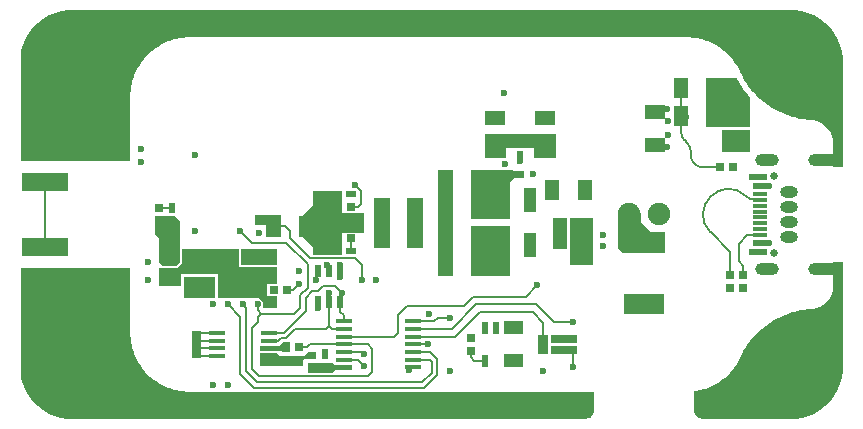
<source format=gbr>
%TF.GenerationSoftware,Altium Limited,Altium Designer,25.2.1 (25)*%
G04 Layer_Physical_Order=4*
G04 Layer_Color=16776960*
%FSLAX45Y45*%
%MOMM*%
%TF.SameCoordinates,2968D444-F816-4350-AB46-43E4CE3DDFF8*%
%TF.FilePolarity,Positive*%
%TF.FileFunction,Copper,L4,Bot,Signal*%
%TF.Part,Single*%
G01*
G75*
%TA.AperFunction,Conductor*%
%ADD10C,0.20000*%
%TA.AperFunction,SMDPad,CuDef*%
%ADD13R,0.60000X0.85000*%
%ADD14R,0.65000X0.80000*%
%ADD16R,0.80000X0.65000*%
%TA.AperFunction,ConnectorPad*%
%ADD31R,4.00000X1.50000*%
%TA.AperFunction,SMDPad,CuDef*%
%ADD35R,0.85000X0.60000*%
%ADD36R,1.30000X1.80000*%
%TA.AperFunction,Conductor*%
%ADD38R,1.40000X1.00000*%
%TA.AperFunction,ComponentPad*%
%ADD39O,1.50000X1.00000*%
G04:AMPARAMS|DCode=40|XSize=2mm|YSize=1mm|CornerRadius=0.5mm|HoleSize=0mm|Usage=FLASHONLY|Rotation=180.000|XOffset=0mm|YOffset=0mm|HoleType=Round|Shape=RoundedRectangle|*
%AMROUNDEDRECTD40*
21,1,2.00000,0.00000,0,0,180.0*
21,1,1.00000,1.00000,0,0,180.0*
1,1,1.00000,-0.50000,0.00000*
1,1,1.00000,0.50000,0.00000*
1,1,1.00000,0.50000,0.00000*
1,1,1.00000,-0.50000,0.00000*
%
%ADD40ROUNDEDRECTD40*%
%ADD41C,0.65000*%
%ADD42C,1.90000*%
%TA.AperFunction,ViaPad*%
%ADD43C,7.00000*%
%ADD44C,0.60000*%
%TA.AperFunction,SMDPad,CuDef*%
%ADD45R,1.80000X1.30000*%
%ADD46R,1.25000X1.75000*%
%ADD47R,1.30000X0.60000*%
%ADD48R,1.30000X0.30000*%
%ADD49R,0.60000X1.10000*%
%ADD50R,1.45000X0.45000*%
%ADD51R,1.45000X0.45000*%
%ADD52R,0.64000X0.57000*%
%ADD53R,1.13000X2.02000*%
%ADD54R,3.50000X1.78000*%
%ADD55R,0.60000X0.40000*%
G36*
X2586572Y1150195D02*
X2594412Y1135714D01*
X2602568Y1121408D01*
X2611036Y1107285D01*
X2619812Y1093352D01*
X2628892Y1079614D01*
X2638271Y1066079D01*
X2647945Y1052753D01*
X2657910Y1039643D01*
X2668160Y1026754D01*
X2678690Y1014094D01*
X2689496Y1001668D01*
X2695000Y995545D01*
Y742500D01*
X2325000D01*
Y1157500D01*
X2582772D01*
X2586572Y1150195D01*
D02*
G37*
G36*
X2695000Y525000D02*
X2460000D01*
Y715000D01*
X2695000D01*
Y525000D01*
D02*
G37*
G36*
X1050000Y475000D02*
X870000D01*
Y565000D01*
X630000D01*
Y475000D01*
X450000D01*
Y680000D01*
X1050000D01*
Y475000D01*
D02*
G37*
G36*
X3133991Y1722259D02*
X3188388Y1707684D01*
X3240419Y1686131D01*
X3289190Y1657974D01*
X3333868Y1623691D01*
X3373691Y1583868D01*
X3407974Y1539190D01*
X3436131Y1490420D01*
X3457683Y1438389D01*
X3472258Y1383993D01*
X3479609Y1328158D01*
Y1300000D01*
Y400000D01*
X3400000D01*
Y415327D01*
X3402768Y419060D01*
X3406577Y425414D01*
X3409745Y432111D01*
X3412240Y439086D01*
X3414040Y446273D01*
X3415128Y453601D01*
X3415491Y461000D01*
X3415128Y468399D01*
X3414040Y475728D01*
X3412240Y482914D01*
X3409745Y489889D01*
X3406577Y496586D01*
X3402768Y502941D01*
X3400000Y506674D01*
Y601390D01*
X3399900Y607702D01*
X3399103Y620302D01*
X3397514Y632826D01*
X3395137Y645225D01*
X3391982Y657449D01*
X3388063Y669450D01*
X3383394Y681179D01*
X3377995Y692591D01*
X3371886Y703640D01*
X3365093Y714281D01*
X3357641Y724472D01*
X3349562Y734172D01*
X3340886Y743344D01*
X3331649Y751950D01*
X3321888Y759956D01*
X3311641Y767330D01*
X3300949Y774043D01*
X3289855Y780068D01*
X3278403Y785381D01*
X3266638Y789962D01*
X3254608Y793790D01*
X3242360Y796852D01*
X3229944Y799135D01*
X3217408Y800631D01*
X3211111Y801081D01*
Y801081D01*
X3200574Y801667D01*
X3179544Y803475D01*
X3158578Y805915D01*
X3137696Y808987D01*
X3116915Y812686D01*
X3096255Y817011D01*
X3075736Y821956D01*
X3055374Y827518D01*
X3035190Y833691D01*
X3015200Y840469D01*
X2995425Y847847D01*
X2975880Y855818D01*
X2956585Y864375D01*
X2937556Y873509D01*
X2918812Y883213D01*
X2900369Y893478D01*
X2882243Y904293D01*
X2864452Y915651D01*
X2847011Y927539D01*
X2829936Y939948D01*
X2813244Y952866D01*
X2796948Y966281D01*
X2781065Y980182D01*
X2765607Y994555D01*
X2750590Y1009387D01*
X2736027Y1024666D01*
X2721930Y1040376D01*
X2708314Y1056504D01*
X2695191Y1073036D01*
X2682571Y1089955D01*
X2670468Y1107248D01*
X2658891Y1124897D01*
X2647852Y1142887D01*
X2637360Y1161202D01*
X2627425Y1179825D01*
X2618056Y1198739D01*
X2613658Y1208333D01*
X2609872Y1216403D01*
X2601871Y1232334D01*
X2593307Y1247970D01*
X2584191Y1263291D01*
X2574534Y1278276D01*
X2564350Y1292909D01*
X2553650Y1307168D01*
X2542449Y1321037D01*
X2530761Y1334498D01*
X2518600Y1347534D01*
X2505982Y1360128D01*
X2492923Y1372264D01*
X2479440Y1383927D01*
X2465550Y1395102D01*
X2451270Y1405775D01*
X2436618Y1415932D01*
X2421614Y1425560D01*
X2406277Y1434646D01*
X2390625Y1443181D01*
X2374679Y1451152D01*
X2358458Y1458549D01*
X2341984Y1465364D01*
X2325278Y1471587D01*
X2308361Y1477210D01*
X2291254Y1482227D01*
X2273979Y1486630D01*
X2256558Y1490415D01*
X2239013Y1493577D01*
X2221366Y1496111D01*
X2203641Y1498014D01*
X2185858Y1499285D01*
X2169081Y1499883D01*
X2168042Y1499921D01*
X2159129Y1500000D01*
X2159129Y1500000D01*
X2159129Y1500000D01*
X-2050000Y1500000D01*
X-2059817Y1499903D01*
X-2079436Y1499132D01*
X-2099009Y1497592D01*
X-2118506Y1495284D01*
X-2137898Y1492213D01*
X-2157155Y1488383D01*
X-2176246Y1483799D01*
X-2195142Y1478470D01*
X-2213815Y1472403D01*
X-2232235Y1465607D01*
X-2250374Y1458094D01*
X-2268205Y1449874D01*
X-2285698Y1440960D01*
X-2302829Y1431367D01*
X-2319569Y1421108D01*
X-2335894Y1410200D01*
X-2351778Y1398660D01*
X-2367197Y1386505D01*
X-2382126Y1373754D01*
X-2396544Y1360427D01*
X-2410427Y1346543D01*
X-2423754Y1332126D01*
X-2436505Y1317197D01*
X-2448660Y1301778D01*
X-2460201Y1285894D01*
X-2471109Y1269569D01*
X-2481367Y1252829D01*
X-2490960Y1235698D01*
X-2499874Y1218204D01*
X-2508094Y1200374D01*
X-2515607Y1182235D01*
X-2522403Y1163815D01*
X-2528470Y1145142D01*
X-2533799Y1126246D01*
X-2538383Y1107155D01*
X-2542213Y1087898D01*
X-2545284Y1068506D01*
X-2547592Y1049009D01*
X-2549133Y1029435D01*
X-2549903Y1009817D01*
X-2550000Y1000000D01*
X-2550000D01*
Y450000D01*
X-3479610D01*
Y1300000D01*
Y1328158D01*
X-3472259Y1383991D01*
X-3457684Y1438388D01*
X-3436131Y1490420D01*
X-3407974Y1539190D01*
X-3373691Y1583868D01*
X-3333868Y1623691D01*
X-3289190Y1657974D01*
X-3240420Y1686131D01*
X-3188389Y1707683D01*
X-3133993Y1722259D01*
X-3078158Y1729609D01*
X3078158D01*
X3133991Y1722259D01*
D02*
G37*
G36*
X700000Y370000D02*
X785000D01*
Y310000D01*
X700000D01*
X663000Y273000D01*
Y-40000D01*
X335000D01*
Y380000D01*
X690001D01*
X700000Y370000D01*
D02*
G37*
G36*
X-1275000Y-190000D02*
X-1405000D01*
Y-85001D01*
X-1492500D01*
Y-5000D01*
X-1275000D01*
Y-190000D01*
D02*
G37*
G36*
X-75000Y-280000D02*
X-205001D01*
Y140000D01*
X-75000D01*
Y-280000D01*
D02*
G37*
G36*
X-354999D02*
X-485000D01*
Y140000D01*
X-354999D01*
Y-280000D01*
D02*
G37*
G36*
X1143000Y-295000D02*
X1030000D01*
Y-29000D01*
X1143000D01*
Y-295000D01*
D02*
G37*
G36*
X1686174Y94414D02*
X1693548Y93246D01*
X1700806Y91504D01*
X1707906Y89197D01*
X1714803Y86340D01*
X1721455Y82951D01*
X1727820Y79050D01*
X1733859Y74662D01*
X1739536Y69814D01*
X1744814Y64536D01*
X1749662Y58859D01*
X1754050Y52820D01*
X1757951Y46455D01*
X1761340Y39803D01*
X1764197Y32906D01*
X1766503Y25806D01*
X1768246Y18548D01*
X1769414Y11174D01*
X1770000Y3732D01*
Y-0D01*
Y-65000D01*
X1854500Y-149500D01*
X1975000D01*
Y-327500D01*
X1625000D01*
X1580000Y-282500D01*
Y-0D01*
Y3732D01*
X1580585Y11174D01*
X1581753Y18548D01*
X1583496Y25806D01*
X1585803Y32906D01*
X1588659Y39803D01*
X1592048Y46455D01*
X1595949Y52820D01*
X1600337Y58859D01*
X1605185Y64536D01*
X1610464Y69814D01*
X1616140Y74662D01*
X1622180Y79050D01*
X1628545Y82951D01*
X1635196Y86340D01*
X1642093Y89197D01*
X1649193Y91504D01*
X1656452Y93246D01*
X1663825Y94414D01*
X1671267Y95000D01*
X1678732D01*
X1686174Y94414D01*
D02*
G37*
G36*
X-755000Y12500D02*
X-571000D01*
Y-152500D01*
X-755000D01*
Y-340000D01*
X-1000000D01*
Y-279289D01*
X-1089289Y-190000D01*
X-1125000D01*
Y-10000D01*
X-1089289D01*
X-1000000Y79289D01*
Y200000D01*
X-755000Y200000D01*
Y12500D01*
D02*
G37*
G36*
X-1310000Y-425000D02*
X-1610000D01*
Y-295000D01*
X-1310000D01*
Y-425000D01*
D02*
G37*
G36*
X1370000Y-431500D02*
X1173500D01*
Y-29000D01*
X1370000D01*
Y-431500D01*
D02*
G37*
G36*
X-2130000Y-55000D02*
Y-400000D01*
X-2165000Y-435000D01*
X-2275000D01*
X-2310000Y-400000D01*
Y-195000D01*
X-2342500Y-162500D01*
Y-15000D01*
X-2170000D01*
X-2130000Y-55000D01*
D02*
G37*
G36*
X-1630000Y-445000D02*
X-1310000Y-445000D01*
Y-587500D01*
X-1395000D01*
Y-692500D01*
X-1310000D01*
Y-795000D01*
X-1425000D01*
Y-745000D01*
X-1465000Y-705000D01*
X-1810000D01*
Y-505000D01*
X-2120000Y-505000D01*
Y-605000D01*
X-2310000D01*
Y-455000D01*
X-2156716Y-455000D01*
X-2110000Y-408284D01*
Y-295000D01*
X-1630000Y-294999D01*
X-1630000Y-445000D01*
D02*
G37*
G36*
X185000Y-519999D02*
X54999D01*
Y380000D01*
X185000D01*
Y-519999D01*
D02*
G37*
G36*
X663000Y-520000D02*
X334999D01*
Y-100000D01*
X663000D01*
Y-520000D01*
D02*
G37*
G36*
X-1830000Y-705000D02*
X-2100000D01*
Y-525000D01*
X-1830000D01*
Y-705000D01*
D02*
G37*
G36*
X775000Y-1015000D02*
X615001D01*
Y-905000D01*
X775000D01*
Y-1015000D01*
D02*
G37*
G36*
X1230001Y-1085000D02*
X1015000D01*
Y-1017500D01*
X1230001D01*
Y-1085000D01*
D02*
G37*
G36*
X-1200000Y-1165000D02*
X-1260000D01*
X-1270000Y-1155000D01*
X-1452500D01*
Y-1110000D01*
X-1290000D01*
X-1260000Y-1080000D01*
X-1200000D01*
Y-1165000D01*
D02*
G37*
G36*
X1230001Y-1182500D02*
X1015000D01*
Y-1115000D01*
X1230001D01*
Y-1182500D01*
D02*
G37*
G36*
X985001D02*
X905000D01*
Y-1017500D01*
X985001D01*
Y-1182500D01*
D02*
G37*
G36*
X-978000Y-1219500D02*
X-1072000D01*
X-1087500Y-1235000D01*
Y-1280000D01*
X-1452500D01*
Y-1175000D01*
X-1307500D01*
X-1287500Y-1195000D01*
X-1074500D01*
X-1042000Y-1162500D01*
X-978000D01*
Y-1219500D01*
D02*
G37*
G36*
X-1955000Y-1215000D02*
X-2030000D01*
Y-985000D01*
X-1955000D01*
Y-1215000D01*
D02*
G37*
G36*
X775000Y-1295000D02*
X615001D01*
Y-1185000D01*
X775000D01*
Y-1295000D01*
D02*
G37*
G36*
X-817500Y-1272500D02*
X-672500D01*
Y-1317500D01*
X-817500D01*
X-840000Y-1340000D01*
X-1042000D01*
Y-1255000D01*
X-835000D01*
X-817500Y-1272500D01*
D02*
G37*
G36*
X3479609Y-1300000D02*
Y-1328158D01*
X3472258Y-1383992D01*
X3457683Y-1438388D01*
X3436131Y-1490420D01*
X3407974Y-1539190D01*
X3373691Y-1583868D01*
X3333868Y-1623691D01*
X3289190Y-1657974D01*
X3240419Y-1686131D01*
X3188389Y-1707684D01*
X3133993Y-1722259D01*
X3078158Y-1729609D01*
X2292160D01*
X2276778Y-1726550D01*
X2262290Y-1720549D01*
X2249252Y-1711837D01*
X2238163Y-1700748D01*
X2229451Y-1687709D01*
X2223450Y-1673221D01*
X2220391Y-1657840D01*
Y-1650000D01*
Y-1496145D01*
X2228195Y-1495207D01*
X2246874Y-1492241D01*
X2265427Y-1488570D01*
X2283828Y-1484200D01*
X2302051Y-1479138D01*
X2320070Y-1473390D01*
X2337858Y-1466965D01*
X2355390Y-1459871D01*
X2372641Y-1452120D01*
X2389588Y-1443722D01*
X2406204Y-1434689D01*
X2422467Y-1425033D01*
X2438353Y-1414770D01*
X2453839Y-1403913D01*
X2468904Y-1392479D01*
X2483525Y-1380483D01*
X2497683Y-1367942D01*
X2511356Y-1354875D01*
X2524525Y-1341300D01*
X2537171Y-1327237D01*
X2549276Y-1312706D01*
X2560823Y-1297727D01*
X2571796Y-1282322D01*
X2582178Y-1266514D01*
X2591954Y-1250324D01*
X2601112Y-1233775D01*
X2609637Y-1216893D01*
X2613658Y-1208333D01*
X2618056Y-1198740D01*
X2627425Y-1179826D01*
X2637360Y-1161203D01*
X2647852Y-1142888D01*
X2658891Y-1124897D01*
X2670468Y-1107248D01*
X2682571Y-1089956D01*
X2695191Y-1073036D01*
X2708314Y-1056505D01*
X2721930Y-1040376D01*
X2736026Y-1024666D01*
X2750590Y-1009387D01*
X2765607Y-994555D01*
X2781064Y-980182D01*
X2796948Y-966282D01*
X2813244Y-952866D01*
X2829936Y-939948D01*
X2847011Y-927539D01*
X2864452Y-915651D01*
X2882243Y-904294D01*
X2900369Y-893478D01*
X2918812Y-883213D01*
X2937556Y-873509D01*
X2956585Y-864375D01*
X2975880Y-855818D01*
X2995425Y-847848D01*
X3015200Y-840469D01*
X3035190Y-833691D01*
X3055374Y-827518D01*
X3075736Y-821956D01*
X3096255Y-817011D01*
X3116915Y-812687D01*
X3137696Y-808987D01*
X3158578Y-805915D01*
X3179544Y-803475D01*
X3200574Y-801667D01*
X3211111Y-801081D01*
X3217408Y-800631D01*
X3229944Y-799136D01*
X3242360Y-796852D01*
X3254608Y-793790D01*
X3266638Y-789962D01*
X3278403Y-785382D01*
X3289855Y-780069D01*
X3300949Y-774043D01*
X3311641Y-767330D01*
X3321888Y-759956D01*
X3331650Y-751950D01*
X3340886Y-743344D01*
X3349562Y-734173D01*
X3357641Y-724472D01*
X3365093Y-714281D01*
X3371886Y-703640D01*
X3377995Y-692591D01*
X3383395Y-681179D01*
X3388063Y-669450D01*
X3391983Y-657449D01*
X3395137Y-645225D01*
X3397514Y-632826D01*
X3399104Y-620302D01*
X3399900Y-607702D01*
X3400000Y-601390D01*
Y-506673D01*
X3402768Y-502941D01*
X3406577Y-496586D01*
X3409745Y-489889D01*
X3412240Y-482914D01*
X3414040Y-475728D01*
X3415128Y-468399D01*
X3415491Y-461000D01*
X3415128Y-453601D01*
X3414040Y-446273D01*
X3412240Y-439086D01*
X3409745Y-432111D01*
X3406577Y-425414D01*
X3402768Y-419060D01*
X3400000Y-415327D01*
Y-400000D01*
X3479609D01*
Y-1300000D01*
D02*
G37*
G36*
X-2550000Y-1000000D02*
X-2549904Y-1009817D01*
X-2549133Y-1029436D01*
X-2547593Y-1049009D01*
X-2545285Y-1068506D01*
X-2542213Y-1087898D01*
X-2538383Y-1107155D01*
X-2533800Y-1126246D01*
X-2528470Y-1145142D01*
X-2522403Y-1163815D01*
X-2515608Y-1182235D01*
X-2508094Y-1200375D01*
X-2499874Y-1218205D01*
X-2490961Y-1235699D01*
X-2481367Y-1252829D01*
X-2471109Y-1269569D01*
X-2460201Y-1285894D01*
X-2448660Y-1301778D01*
X-2436505Y-1317197D01*
X-2423754Y-1332126D01*
X-2410427Y-1346544D01*
X-2396544Y-1360427D01*
X-2382126Y-1373754D01*
X-2367197Y-1386505D01*
X-2351778Y-1398660D01*
X-2335894Y-1410201D01*
X-2319569Y-1421109D01*
X-2302829Y-1431367D01*
X-2285699Y-1440961D01*
X-2268205Y-1449874D01*
X-2250374Y-1458094D01*
X-2232235Y-1465608D01*
X-2213815Y-1472403D01*
X-2195142Y-1478470D01*
X-2176246Y-1483800D01*
X-2157155Y-1488383D01*
X-2137898Y-1492213D01*
X-2118506Y-1495285D01*
X-2099009Y-1497593D01*
X-2079436Y-1499133D01*
X-2059817Y-1499904D01*
X-2050000Y-1500000D01*
X-1501178D01*
X-1500000Y-1500093D01*
X-60000D01*
X-58822Y-1500000D01*
X1379609D01*
Y-1650000D01*
Y-1657841D01*
X1376550Y-1673221D01*
X1370548Y-1687710D01*
X1361837Y-1700748D01*
X1350747Y-1711837D01*
X1337709Y-1720549D01*
X1323221Y-1726550D01*
X1307840Y-1729609D01*
X-3078158D01*
X-3133992Y-1722259D01*
X-3188388Y-1707684D01*
X-3240420Y-1686131D01*
X-3289190Y-1657974D01*
X-3333868Y-1623691D01*
X-3373691Y-1583868D01*
X-3407974Y-1539190D01*
X-3436131Y-1490420D01*
X-3457684Y-1438389D01*
X-3472259Y-1383993D01*
X-3479610Y-1328158D01*
Y-1300000D01*
Y-450000D01*
X-2550000D01*
Y-1000000D01*
D02*
G37*
D10*
X2112500Y698922D02*
G03*
X2141790Y628211I100000J0D01*
G01*
X2195000Y533579D02*
G03*
X2165711Y604290I-100000J0D01*
G01*
X2195000Y500000D02*
G03*
X2295000Y400000I100000J0D01*
G01*
X2665469Y153571D02*
G03*
X2735455Y125000I69985J71429D01*
G01*
X2665469Y153571D02*
G03*
X2362972Y-152028I-150469J-153571D01*
G01*
X2112500Y698922D02*
Y830000D01*
X2141790Y628211D02*
X2165711Y604290D01*
X2195000Y500000D02*
Y533579D01*
X2295000Y400000D02*
X2445000D01*
X2112500Y830000D02*
Y1070000D01*
X-590000Y-555000D02*
Y-430000D01*
X-650000Y-370000D02*
X-590000Y-430000D01*
X-1030000Y-370000D02*
X-650000D01*
X-1200000Y-200000D02*
X-1030000Y-370000D01*
X-1200000Y-200000D02*
Y-140000D01*
X-1240000Y-100000D02*
X-1200000Y-140000D01*
X-1340000Y-100000D02*
X-1240000D01*
X-1520000Y-240000D02*
X-1230000D01*
X-1050000Y-619289D02*
Y-420000D01*
X-1230000Y-240000D02*
X-1050000Y-420000D01*
X-1620000Y-140000D02*
X-1520000Y-240000D01*
X-598324Y-1165000D02*
X-583324Y-1180000D01*
X-745000Y-1165000D02*
X-598324D01*
X-583324Y-1180000D02*
X-572500D01*
X-622500Y-1230000D02*
X-572500Y-1280000D01*
X2600000Y-395234D02*
X2641000Y-436234D01*
X2600000Y-395234D02*
Y-247600D01*
X2672600Y-175000D01*
X2735455Y125000D02*
X2784000D01*
X2530000Y-515000D02*
Y-319055D01*
X-650000Y250000D02*
X-595000Y195000D01*
Y90000D02*
Y195000D01*
X-625000Y60000D02*
X-595000Y90000D01*
X-685000Y60000D02*
X-625000D01*
X-685000Y-200000D02*
X-682500Y-202499D01*
Y-310000D02*
Y-202499D01*
X-745000Y-1100000D02*
X-535000D01*
X-1458578Y-1370000D02*
X-540000D01*
X-1115000Y-684289D02*
X-1050000Y-619289D01*
X-1115000Y-790000D02*
Y-684289D01*
X-1252500Y-1002500D02*
X-1065000Y-815000D01*
Y-705000D02*
X-1010000Y-650000D01*
X-1065000Y-815000D02*
Y-705000D01*
X-1170000Y-640000D02*
X-1120000Y-590000D01*
X-1010000Y-650000D02*
X-960000D01*
X-1473000Y-913000D02*
Y-868000D01*
X-1520000Y-1308578D02*
Y-960000D01*
X-1473000Y-913000D01*
Y-868000D02*
X-1445000Y-840000D01*
X-1165000D02*
X-1115000Y-790000D01*
X-1445000Y-840000D02*
X-1165000D01*
X-1473000Y-812000D02*
X-1445000Y-840000D01*
X-1473000Y-812000D02*
Y-760000D01*
X-1620000Y-1350000D02*
X-1500000Y-1470000D01*
X-1620000Y-1350000D02*
Y-866999D01*
X-1570000Y-1329289D02*
X-1479289Y-1420000D01*
X-1570000Y-1329289D02*
Y-789999D01*
X-1520000Y-1308578D02*
X-1458578Y-1370000D01*
X-500000Y-1330000D02*
Y-1135000D01*
X-540000Y-1370000D02*
X-500000Y-1330000D01*
X-0Y-1339289D02*
Y-1245711D01*
X-80711Y-1420000D02*
X-0Y-1339289D01*
X50000Y-1360000D02*
Y-1225000D01*
X-60000Y-1470000D02*
X50000Y-1360000D01*
X-3275000Y-277000D02*
Y277000D01*
X-745000Y-1230000D02*
X-622500D01*
X-819999Y-605000D02*
X-760000Y-664999D01*
X-915000Y-605000D02*
X-819999D01*
X-960000Y-650000D02*
X-915000Y-605000D01*
X-1159896Y-970000D02*
X-895000D01*
X-870000Y-945000D01*
X-845000Y-970000D01*
X-745000D01*
X-870000Y-945000D02*
Y-740000D01*
X-1234896Y-1045000D02*
X-1159896Y-970000D01*
X-1275000Y-1045000D02*
X-1234896D01*
X-1297500Y-1067500D02*
X-1275000Y-1045000D01*
X-1380000Y-1067500D02*
X-1297500D01*
X-1380000Y-1002500D02*
X-1252500D01*
X-1992499Y-1002500D02*
X-1819999D01*
X-1992499Y-1067500D02*
X-1819999D01*
X-1992499Y-1132500D02*
X-1819999D01*
X-1992499Y-1197500D02*
X-1819999D01*
X-280000Y-850000D02*
X-205000Y-775000D01*
X-280000Y-1000000D02*
Y-850000D01*
X-205000Y-775000D02*
X273076D01*
X353076Y-695000D01*
X800000D01*
X895000Y-600000D01*
X-315000Y-1035000D02*
X-280000Y-1000000D01*
X-745000Y-1035000D02*
X-315000D01*
X55000Y-875000D02*
X152500D01*
X25000Y-905000D02*
X55000Y-875000D01*
X-155000Y-905000D02*
X25000D01*
X170000Y-970000D02*
X380000Y-760000D01*
X-155000Y-1035000D02*
X196924D01*
X406924Y-825000D02*
X855000D01*
X-155000Y-970000D02*
X170000D01*
X380000Y-760000D02*
X881924D01*
X196924Y-1035000D02*
X406924Y-825000D01*
X2641000Y-515000D02*
Y-436234D01*
X2672600Y-175000D02*
X2784000D01*
X2362972Y-152028D02*
X2530000Y-319055D01*
X330000Y-1210000D02*
Y-1155000D01*
Y-1210000D02*
X360000Y-1240000D01*
X455001D01*
X1034424Y-912500D02*
X1200001D01*
X945001Y-1050000D02*
Y-915001D01*
X881924Y-760000D02*
X1034424Y-912500D01*
X855000Y-825000D02*
X945001Y-915001D01*
X1200001Y-1287500D02*
Y-1135000D01*
X-745000Y-905000D02*
Y-855000D01*
X-775000Y-825000D02*
Y-740000D01*
Y-825000D02*
X-745000Y-855000D01*
X-775000Y-679999D02*
X-760000Y-664999D01*
X-775000Y-740000D02*
Y-679999D01*
X-870000Y-740000D02*
Y-664999D01*
X-1726999Y-760000D02*
X-1620000Y-866999D01*
X-1600000Y-760000D02*
X-1570000Y-789999D01*
X-1479289Y-1420000D02*
X-80711D01*
X-1500000Y-1470000D02*
X-60000D01*
X-535000Y-1100000D02*
X-500000Y-1135000D01*
X-155000Y-1100000D02*
X-32500D01*
X-10000Y-1165000D02*
X50000Y-1225000D01*
X-155000Y-1165000D02*
X-10000D01*
X-15711Y-1230000D02*
X-0Y-1245711D01*
X-155000Y-1230000D02*
X-15711D01*
X-1120000Y-1125000D02*
X-1055000D01*
X-1030000Y-1100000D02*
X-745000D01*
X-1055000Y-1125000D02*
X-1030000Y-1100000D01*
X-2310000Y55000D02*
X-2307500Y57500D01*
X-2200000D01*
X-1225000Y-640000D02*
X-1170000D01*
D13*
X-2200000Y57500D02*
D03*
Y-57500D02*
D03*
X-1230000Y-1237500D02*
D03*
Y-1122500D02*
D03*
X-900000Y-1297500D02*
D03*
Y-1182500D02*
D03*
X750000Y607500D02*
D03*
Y492500D02*
D03*
D14*
X-2310000Y55000D02*
D03*
Y-55000D02*
D03*
X-1120000Y-1235000D02*
D03*
Y-1125000D02*
D03*
X2530000Y-515000D02*
D03*
Y-625000D02*
D03*
X2640000Y-515000D02*
D03*
Y-625000D02*
D03*
X330000Y-1155000D02*
D03*
Y-1045000D02*
D03*
D16*
X2555000Y400000D02*
D03*
X2445000D02*
D03*
X-1225000Y-640000D02*
D03*
X-1335000D02*
D03*
X945001Y-1050000D02*
D03*
X1055001D02*
D03*
X945001Y-1150000D02*
D03*
X1055001D02*
D03*
X-685000Y60000D02*
D03*
X-795000D02*
D03*
X-685000Y-200000D02*
D03*
X-795000D02*
D03*
D31*
X-3275000Y277000D02*
D03*
Y-277000D02*
D03*
D35*
X-682500Y-310000D02*
D03*
X-797500D02*
D03*
X-682500Y170000D02*
D03*
X-797500D02*
D03*
D36*
X-1340000Y-100000D02*
D03*
X-1060000D02*
D03*
X120000Y50000D02*
D03*
X400000D02*
D03*
X120000Y290000D02*
D03*
X400000D02*
D03*
X-420000Y-190000D02*
D03*
X-140000D02*
D03*
X-420000Y50000D02*
D03*
X-140000D02*
D03*
X400000Y-430000D02*
D03*
X120000D02*
D03*
X400000Y-190000D02*
D03*
X120000D02*
D03*
X1300000Y210000D02*
D03*
X1020000D02*
D03*
D38*
X3360000Y461000D02*
D03*
Y-461000D02*
D03*
D39*
X3023000Y190500D02*
D03*
Y63500D02*
D03*
Y-190500D02*
D03*
Y-63500D02*
D03*
D40*
X3290000Y461000D02*
D03*
X2840000D02*
D03*
Y-461000D02*
D03*
X3290000D02*
D03*
D41*
X2896000Y330000D02*
D03*
Y-330000D02*
D03*
D42*
X1925000Y-0D02*
D03*
X1675000D02*
D03*
D43*
X3050000Y1300000D02*
D03*
Y-1300000D02*
D03*
X-3050000D02*
D03*
Y1300000D02*
D03*
D44*
X2000000Y672500D02*
D03*
X2605000Y590000D02*
D03*
Y870000D02*
D03*
X-590000Y-555000D02*
D03*
X-470000Y-552500D02*
D03*
X-772500Y-430000D02*
D03*
X-572500Y-1180000D02*
D03*
Y-1280000D02*
D03*
X-3175000Y277000D02*
D03*
X-3375000D02*
D03*
Y-277000D02*
D03*
X-3175000D02*
D03*
X-3430000Y-1200000D02*
D03*
X-3430000Y1200000D02*
D03*
X3430000D02*
D03*
Y900000D02*
D03*
X3430000Y-1200000D02*
D03*
Y-900000D02*
D03*
Y-600000D02*
D03*
Y600000D02*
D03*
X-3350000Y650000D02*
D03*
X-3400000Y850000D02*
D03*
X-3100000Y550000D02*
D03*
X-2800000D02*
D03*
X-2650000Y650000D02*
D03*
Y-650000D02*
D03*
X-2800000Y-550000D02*
D03*
X-3100000D02*
D03*
X-3400000Y-850000D02*
D03*
X-3350000Y-650000D02*
D03*
X-0Y-1600000D02*
D03*
X800000D02*
D03*
X400000D02*
D03*
X-400000D02*
D03*
X-800000D02*
D03*
X-1200000D02*
D03*
X-1600000D02*
D03*
X-2000000D02*
D03*
X-2400000D02*
D03*
X1200000D02*
D03*
X2400000D02*
D03*
X2600000Y-1650000D02*
D03*
X-2200000D02*
D03*
X-1800000D02*
D03*
X-1400001D02*
D03*
X-1000000D02*
D03*
X-600000D02*
D03*
X-200000D02*
D03*
X600000D02*
D03*
X1000000D02*
D03*
X200000D02*
D03*
X-2600000D02*
D03*
X-2600000Y1650000D02*
D03*
X200000D02*
D03*
X1000000D02*
D03*
X600000D02*
D03*
X-200000D02*
D03*
X-600000D02*
D03*
X-1000000D02*
D03*
X-1400000D02*
D03*
X-1800000D02*
D03*
X-2200000D02*
D03*
X1400000D02*
D03*
X1800000D02*
D03*
X2200000D02*
D03*
X2600000D02*
D03*
X2400000Y1600000D02*
D03*
X2000000D02*
D03*
X1600000D02*
D03*
X1200000D02*
D03*
X-2400000D02*
D03*
X-2000000D02*
D03*
X-1600000D02*
D03*
X-1200000D02*
D03*
X-800000D02*
D03*
X-400000D02*
D03*
X400000D02*
D03*
X800000D02*
D03*
X0D02*
D03*
X613000Y-470000D02*
D03*
X513000D02*
D03*
X-650000Y250000D02*
D03*
X-710000Y-20000D02*
D03*
X-810000D02*
D03*
X-610000D02*
D03*
Y-120000D02*
D03*
X-810000D02*
D03*
X-710000D02*
D03*
X-1620000Y-140000D02*
D03*
X-1120000Y-590000D02*
D03*
X-1630000Y-530000D02*
D03*
X-1992499Y-1047500D02*
D03*
X-1992499Y-1152500D02*
D03*
X-1460000Y-45000D02*
D03*
X620000Y430000D02*
D03*
X-1120000Y-1235000D02*
D03*
X-1230000Y-1237500D02*
D03*
X-22500Y-845000D02*
D03*
X-195000Y-1317500D02*
D03*
X152500Y-875000D02*
D03*
X1450000Y-170000D02*
D03*
Y-270000D02*
D03*
X857500Y340000D02*
D03*
X742500D02*
D03*
X905000Y792500D02*
D03*
X495000D02*
D03*
X2155000Y825000D02*
D03*
X1895000Y590000D02*
D03*
X1995000Y570000D02*
D03*
X1895000Y870000D02*
D03*
X1995000Y890000D02*
D03*
X2000000Y787500D02*
D03*
X2500000D02*
D03*
X2505000Y890000D02*
D03*
Y570000D02*
D03*
X2500000Y672500D02*
D03*
X645000Y-960000D02*
D03*
X745001D02*
D03*
X2711600Y320000D02*
D03*
X2856400Y240000D02*
D03*
Y-240000D02*
D03*
X2711600Y-320000D02*
D03*
X745001Y-1240000D02*
D03*
X645000D02*
D03*
X2530000Y-625000D02*
D03*
X2640000Y-625000D02*
D03*
X2555000Y400000D02*
D03*
X540000Y510000D02*
D03*
X960000Y510000D02*
D03*
X650000Y650000D02*
D03*
X850000D02*
D03*
X750000D02*
D03*
X1005000Y635001D02*
D03*
Y792500D02*
D03*
X750000Y450000D02*
D03*
X495000Y635001D02*
D03*
X595000Y792500D02*
D03*
X610000Y1025000D02*
D03*
X858500Y120000D02*
D03*
Y-260000D02*
D03*
X120001Y-70000D02*
D03*
X120000Y170000D02*
D03*
X120000Y50000D02*
D03*
X119999Y289999D02*
D03*
Y-429999D02*
D03*
X120000Y-190000D02*
D03*
X120000Y-310000D02*
D03*
X-140000Y-190000D02*
D03*
X-140000Y50000D02*
D03*
X-140000Y-70000D02*
D03*
X330000Y-1045000D02*
D03*
X1300000Y260000D02*
D03*
Y160000D02*
D03*
X1020000D02*
D03*
Y260000D02*
D03*
X1300000Y-378500D02*
D03*
X1200000D02*
D03*
X1105000Y-260000D02*
D03*
X1700000Y-761500D02*
D03*
X1900000D02*
D03*
X1800000D02*
D03*
X895000Y-600000D02*
D03*
X455001Y-960000D02*
D03*
X550000D02*
D03*
X-1335000Y-640000D02*
D03*
X-920000Y-5000D02*
D03*
Y-135000D02*
D03*
X-797500Y170000D02*
D03*
X-682500D02*
D03*
Y-310000D02*
D03*
X-420000Y-70000D02*
D03*
X-419999Y50000D02*
D03*
X-420000Y-190000D02*
D03*
X-2460000Y442500D02*
D03*
X1200001Y-912500D02*
D03*
X945001Y-1100000D02*
D03*
X1200001Y-1287500D02*
D03*
X-32500Y-1100000D02*
D03*
X-1230000Y-1122500D02*
D03*
X947501Y-1325000D02*
D03*
X152500D02*
D03*
X-900000Y-1182500D02*
D03*
X-2000000Y-140000D02*
D03*
Y500000D02*
D03*
X-1340000Y-362500D02*
D03*
X-1854000Y-760000D02*
D03*
X-1726999D02*
D03*
X-1600000D02*
D03*
X-1473000D02*
D03*
X-1346000D02*
D03*
X-1726999Y-1440000D02*
D03*
X-1854000D02*
D03*
X-2460000Y557500D02*
D03*
X-2200000Y57500D02*
D03*
X-772500Y-530000D02*
D03*
X-760000Y-664999D02*
D03*
X-870000D02*
D03*
X-965000Y-795000D02*
D03*
X-980000Y-555000D02*
D03*
X-1460000Y-155000D02*
D03*
X-1092500Y-100000D02*
D03*
X-887500Y-430000D02*
D03*
X-1120000Y-477500D02*
D03*
X-1340000D02*
D03*
X-1940000Y-380000D02*
D03*
X-2070000Y-557500D02*
D03*
X-2400000Y-400000D02*
D03*
X-2100000Y-442500D02*
D03*
X-2400000Y-557500D02*
D03*
X-2220000Y-557500D02*
D03*
Y-400000D02*
D03*
D45*
X2605000Y870000D02*
D03*
Y590000D02*
D03*
X1895000D02*
D03*
Y870000D02*
D03*
X-1520000Y-640000D02*
D03*
Y-360000D02*
D03*
X-1920000Y-640000D02*
D03*
Y-360000D02*
D03*
X-2220000Y-260000D02*
D03*
Y-540000D02*
D03*
X960000Y540000D02*
D03*
Y820000D02*
D03*
X540000D02*
D03*
Y540000D02*
D03*
D46*
X2387500Y830000D02*
D03*
X2112500D02*
D03*
X2387500Y1070000D02*
D03*
X2112500D02*
D03*
D47*
X2784000Y320000D02*
D03*
Y240000D02*
D03*
Y-240000D02*
D03*
Y-320000D02*
D03*
D48*
Y175000D02*
D03*
Y-175000D02*
D03*
Y125000D02*
D03*
Y-125000D02*
D03*
Y75000D02*
D03*
Y-75000D02*
D03*
Y25000D02*
D03*
Y-25000D02*
D03*
D49*
X-965000Y-740000D02*
D03*
X-870000D02*
D03*
X-775000D02*
D03*
Y-480000D02*
D03*
X-870000D02*
D03*
X-965000D02*
D03*
X455000Y-960000D02*
D03*
X550000D02*
D03*
X645000D02*
D03*
Y-1240000D02*
D03*
X455000D02*
D03*
D50*
X-1380000Y-1197500D02*
D03*
Y-1132500D02*
D03*
Y-1067500D02*
D03*
Y-1002500D02*
D03*
X-1819999D02*
D03*
Y-1067500D02*
D03*
Y-1132500D02*
D03*
Y-1197500D02*
D03*
D51*
X-745000Y-1295000D02*
D03*
Y-1100000D02*
D03*
Y-1165000D02*
D03*
Y-1230000D02*
D03*
Y-905000D02*
D03*
X-155000D02*
D03*
Y-970000D02*
D03*
Y-1035000D02*
D03*
Y-1100000D02*
D03*
Y-1165000D02*
D03*
Y-1230000D02*
D03*
Y-1295000D02*
D03*
X-745000Y-970000D02*
D03*
Y-1035000D02*
D03*
D52*
X-1010000Y-1289000D02*
D03*
Y-1191000D02*
D03*
D53*
X833500Y120000D02*
D03*
X606500D02*
D03*
X833500Y-260000D02*
D03*
X606500D02*
D03*
X1313500Y-130000D02*
D03*
X1086500D02*
D03*
D54*
X1800000Y-761500D02*
D03*
Y-238500D02*
D03*
D55*
X1200001Y-1135000D02*
D03*
Y-1065000D02*
D03*
%TF.MD5,20da5c490e62ac5ea27d790bcd682e6a*%
M02*

</source>
